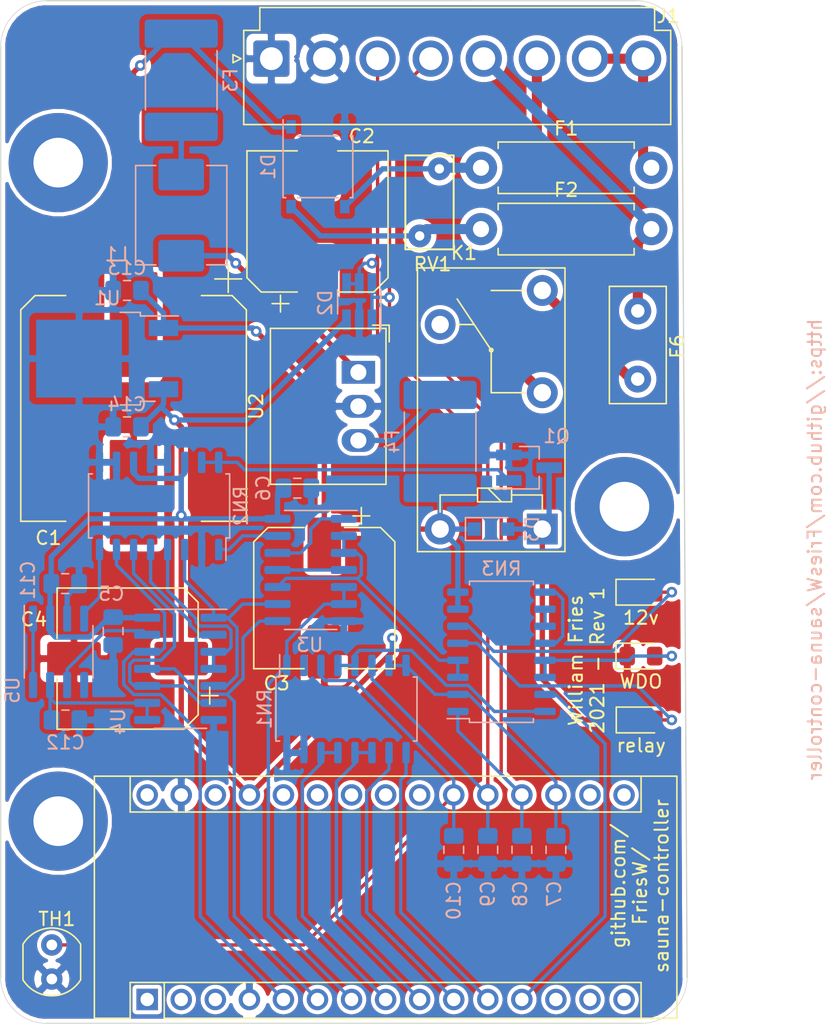
<source format=kicad_pcb>
(kicad_pcb (version 20171130) (host pcbnew 5.1.9-73d0e3b20d~88~ubuntu20.04.1)
  (layers (0 F.Cu signal) (31 B.Cu signal) (34 B.Paste user hide) (35 F.Paste user hide) (36 B.SilkS user) (37 F.SilkS user) (38 B.Mask user hide) (39 F.Mask user hide) (44 Edge.Cuts user))
  (net 0 "")
  (net 1 "Net-(A1-Pad1)")
  (net 2 "Net-(A1-Pad17)")
  (net 3 "Net-(A1-Pad2)")
  (net 4 "Net-(A1-Pad18)")
  (net 5 "Net-(A1-Pad3)")
  (net 6 /pot_a)
  (net 7 GND)
  (net 8 /sensor_a)
  (net 9 /p_rqst)
  (net 10 "Net-(A1-Pad21)")
  (net 11 /sr_rst)
  (net 12 "Net-(A1-Pad22)")
  (net 13 /wd_kick)
  (net 14 "Net-(A1-Pad23)")
  (net 15 "Net-(A1-Pad24)")
  (net 16 "Net-(A1-Pad25)")
  (net 17 "Net-(A1-Pad26)")
  (net 18 +5V)
  (net 19 "Net-(A1-Pad28)")
  (net 20 "Net-(A1-Pad13)")
  (net 21 "Net-(A1-Pad14)")
  (net 22 "Net-(A1-Pad30)")
  (net 23 "Net-(A1-Pad15)")
  (net 24 "Net-(A1-Pad16)")
  (net 25 +12V)
  (net 26 "Net-(D4-Pad2)")
  (net 27 "Net-(D5-Pad2)")
  (net 28 "Net-(D6-Pad2)")
  (net 29 AC)
  (net 30 GNDPWR)
  (net 31 /contactor_b)
  (net 32 "Net-(Q1-Pad1)")
  (net 33 /p_cmd)
  (net 34 "Net-(RN2-Pad4)")
  (net 35 "Net-(U5-Pad1)")
  (net 36 "Net-(U5-Pad5)")
  (net 37 /hv_04)
  (net 38 /hv_06)
  (net 39 /hv_03)
  (net 40 /hv_02)
  (net 41 /hv_05)
  (net 42 /hc_01)
  (net 43 /hv_07)
  (net 44 /hc_05)
  (net 45 "Net-(RN2-Pad8)")
  (net 46 "Net-(RN2-Pad6)")
  (net 47 "Net-(RN3-Pad12)")
  (net 48 "Net-(U4-Pad13)")
  (net 49 /th1_tap)
  (net 50 /th2_tap)
  (net 51 /aref_1k1)
  (net 52 /aref_1k2)
  (net 53 /aref_330)
  (net 54 "Net-(C12-Pad1)")
  (net 55 "Net-(RN2-Pad3)")
  (net 56 "Net-(U3-Pad1)")
  (net 57 "Net-(RN1-Pad2)")
  (net 58 "Net-(U3-Pad11)")
  (net 59 "Net-(RN3-Pad10)")
  (net 60 "Net-(RN3-Pad3)")
  (module Connector_JST:JST_VH_B8P-VH_1x08_P3.96mm_Vertical (layer F.Cu) (at 130.672 28.448)
    (fp_text reference J1 (at 29.591 -3.175) (layer F.SilkS))
    (fp_text value Conn_01x08_Male)
    (pad 1 thru_hole roundrect (at 0 0) (size 2.7 2.7) (drill 1.7) (layers *.Cu *.Mask) (roundrect_rratio 0.09259296296296296) (net 7 GND))
    (pad 2 thru_hole circle (at 3.96 0) (size 2.7 2.7) (drill 1.7) (layers *.Cu *.Mask) (net 7 GND))
    (pad 3 thru_hole circle (at 7.92 0) (size 2.7 2.7) (drill 1.7) (layers *.Cu *.Mask) (net 8 /sensor_a))
    (pad 4 thru_hole circle (at 11.88 0) (size 2.7 2.7) (drill 1.7) (layers *.Cu *.Mask) (net 6 /pot_a))
    (pad 5 thru_hole circle (at 15.84 0) (size 2.7 2.7) (drill 1.7) (layers *.Cu *.Mask) (net 29 AC))
    (pad 6 thru_hole circle (at 19.8 0) (size 2.7 2.7) (drill 1.7) (layers *.Cu *.Mask) (net 31 /contactor_b))
    (pad 7 thru_hole circle (at 23.76 0) (size 2.7 2.7) (drill 1.7) (layers *.Cu *.Mask) (net 30 GNDPWR))
    (pad 8 thru_hole circle (at 27.72 0) (size 2.7 2.7) (drill 1.7) (layers *.Cu *.Mask) (net 30 GNDPWR))
  )
  (module Capacitor_SMD:C_0805_2012Metric_Pad1.18x1.45mm_HandSolder (layer B.Cu) (at 119.9095 55.88 180)
    (fp_text reference C14 (at 0 1.68) (layer B.SilkS) (effects (justify mirror)))
    (fp_text value 2.2u)
    (pad 2 smd roundrect (at 1.0375 0 180) (size 1.175 1.45) (layers B.Cu B.Paste B.Mask) (roundrect_rratio 0.212766) (net 7 GND))
    (pad 1 smd roundrect (at -1.0375 0 180) (size 1.175 1.45) (layers B.Cu B.Paste B.Mask) (roundrect_rratio 0.212766) (net 18 +5V))
  )
  (module Capacitor_SMD:C_0805_2012Metric_Pad1.18x1.45mm_HandSolder (layer B.Cu) (at 119.9095 45.72 180)
    (fp_text reference C13 (at 0 1.68) (layer B.SilkS) (effects (justify mirror)))
    (fp_text value 2.2u)
    (pad 2 smd roundrect (at 1.0375 0 180) (size 1.175 1.45) (layers B.Cu B.Paste B.Mask) (roundrect_rratio 0.212766) (net 7 GND))
    (pad 1 smd roundrect (at -1.0375 0 180) (size 1.175 1.45) (layers B.Cu B.Paste B.Mask) (roundrect_rratio 0.212766) (net 25 +12V))
  )
  (module Package_SO:SOIC-14_3.9x8.7mm_P1.27mm (layer B.Cu) (at 123.887 73.914 180)
    (fp_text reference U4 (at 4.637 -3.937 270) (layer B.SilkS) (effects (justify mirror)))
    (fp_text value 74LS02)
    (pad 1 smd roundrect (at -2.475 3.81 180) (size 1.95 0.6) (layers B.Cu B.Paste B.Mask) (net 55 "Net-(RN2-Pad3)"))
    (pad 2 smd roundrect (at -2.475 2.54 180) (size 1.95 0.6) (layers B.Cu B.Paste B.Mask) (net 11 /sr_rst))
    (pad 3 smd roundrect (at -2.475 1.27 180) (size 1.95 0.6) (layers B.Cu B.Paste B.Mask) (net 34 "Net-(RN2-Pad4)"))
    (pad 4 smd roundrect (at -2.475 0 180) (size 1.95 0.6) (layers B.Cu B.Paste B.Mask) (net 34 "Net-(RN2-Pad4)"))
    (pad 5 smd roundrect (at -2.475 -1.27 180) (size 1.95 0.6) (layers B.Cu B.Paste B.Mask) (net 55 "Net-(RN2-Pad3)"))
    (pad 6 smd roundrect (at -2.475 -2.54 180) (size 1.95 0.6) (layers B.Cu B.Paste B.Mask) (net 46 "Net-(RN2-Pad6)"))
    (pad 7 smd roundrect (at -2.475 -3.81 180) (size 1.95 0.6) (layers B.Cu B.Paste B.Mask) (net 7 GND))
    (pad 8 smd roundrect (at 2.475 -3.81 180) (size 1.95 0.6) (layers B.Cu B.Paste B.Mask) (net 54 "Net-(C12-Pad1)"))
    (pad 9 smd roundrect (at 2.475 -2.54 180) (size 1.95 0.6) (layers B.Cu B.Paste B.Mask) (net 54 "Net-(C12-Pad1)"))
    (pad 10 smd roundrect (at 2.475 -1.27 180) (size 1.95 0.6) (layers B.Cu B.Paste B.Mask) (net 46 "Net-(RN2-Pad6)"))
    (pad 11 smd roundrect (at 2.475 0 180) (size 1.95 0.6) (layers B.Cu B.Paste B.Mask) (net 11 /sr_rst))
    (pad 12 smd roundrect (at 2.475 1.27 180) (size 1.95 0.6) (layers B.Cu B.Paste B.Mask) (net 13 /wd_kick))
    (pad 13 smd roundrect (at 2.475 2.54 180) (size 1.95 0.6) (layers B.Cu B.Paste B.Mask) (net 48 "Net-(U4-Pad13)"))
    (pad 14 smd roundrect (at 2.475 3.81 180) (size 1.95 0.6) (layers B.Cu B.Paste B.Mask) (net 18 +5V))
  )
  (module Package_SO:SOIC-16_4.55x10.3mm_P1.27mm (layer B.Cu) (at 147.828 72.644)
    (fp_text reference RN3 (at 0 -6.1976) (layer B.SilkS) (effects (justify mirror)))
    (fp_text value R_Pack08_Split)
    (pad 1 smd roundrect (at -3.25 4.445) (size 1.6 0.55) (layers B.Cu B.Paste B.Mask) (net 6 /pot_a))
    (pad 2 smd roundrect (at -3.25 3.175) (size 1.6 0.55) (layers B.Cu B.Paste B.Mask) (net 4 "Net-(A1-Pad18)"))
    (pad 3 smd roundrect (at -3.25 1.905) (size 1.6 0.55) (layers B.Cu B.Paste B.Mask) (net 60 "Net-(RN3-Pad3)"))
    (pad 4 smd roundrect (at -3.25 0.635) (size 1.6 0.55) (layers B.Cu B.Paste B.Mask) (net 60 "Net-(RN3-Pad3)"))
    (pad 5 smd roundrect (at -3.25 -0.635) (size 1.6 0.55) (layers B.Cu B.Paste B.Mask) (net 26 "Net-(D4-Pad2)"))
    (pad 6 smd roundrect (at -3.25 -1.905) (size 1.6 0.55) (layers B.Cu B.Paste B.Mask) (net 28 "Net-(D6-Pad2)"))
    (pad 7 smd roundrect (at -3.25 -3.175) (size 1.6 0.55) (layers B.Cu B.Paste B.Mask) (net 25 +12V))
    (pad 8 smd roundrect (at -3.25 -4.445) (size 1.6 0.55) (layers B.Cu B.Paste B.Mask) (net 25 +12V))
    (pad 9 smd roundrect (at 3.25 -4.445) (size 1.6 0.55) (layers B.Cu B.Paste B.Mask) (net 47 "Net-(RN3-Pad12)"))
    (pad 10 smd roundrect (at 3.25 -3.175) (size 1.6 0.55) (layers B.Cu B.Paste B.Mask) (net 59 "Net-(RN3-Pad10)"))
    (pad 11 smd roundrect (at 3.25 -1.905) (size 1.6 0.55) (layers B.Cu B.Paste B.Mask) (net 59 "Net-(RN3-Pad10)"))
    (pad 12 smd roundrect (at 3.25 -0.635) (size 1.6 0.55) (layers B.Cu B.Paste B.Mask) (net 47 "Net-(RN3-Pad12)"))
    (pad 13 smd roundrect (at 3.25 0.635) (size 1.6 0.55) (layers B.Cu B.Paste B.Mask) (net 27 "Net-(D5-Pad2)"))
    (pad 14 smd roundrect (at 3.25 1.905) (size 1.6 0.55) (layers B.Cu B.Paste B.Mask) (net 27 "Net-(D5-Pad2)"))
    (pad 15 smd roundrect (at 3.25 3.175) (size 1.6 0.55) (layers B.Cu B.Paste B.Mask) (net 53 /aref_330))
    (pad 16 smd roundrect (at 3.25 4.445) (size 1.6 0.55) (layers B.Cu B.Paste B.Mask) (net 18 +5V))
  )
  (module Relay_THT:Relay_SPDT_Omron-G5Q-1 (layer F.Cu) (at 150.876 63.5 90)
    (fp_text reference K1 (at 20.574 -5.842) (layer F.SilkS))
    (fp_text value G5Q-1A)
    (pad 1 thru_hole rect (at 0 0 270) (size 2.3 2.3) (drill 1.3) (layers *.Cu *.Mask) (net 44 /hc_05))
    (pad 2 thru_hole circle (at 10.16 0 270) (size 2.3 2.3) (drill 1.3) (layers *.Cu *.Mask) (net 31 /contactor_b))
    (pad 3 thru_hole circle (at 17.78 0 270) (size 2.3 2.3) (drill 1.3) (layers *.Cu *.Mask) (net 43 /hv_07))
    (pad 4 thru_hole circle (at 15.24 -7.62 270) (size 2.3 2.3) (drill 1.3) (layers *.Cu *.Mask))
    (pad 5 thru_hole circle (at 0 -7.62 270) (size 2.3 2.3) (drill 1.3) (layers *.Cu *.Mask) (net 25 +12V))
  )
  (module Capacitor_SMD:CP_Elec_10x10 (layer F.Cu) (at 119.952 73.152 180)
    (fp_text reference C4 (at 6.985 2.921) (layer F.SilkS))
    (fp_text value 220u)
    (pad 1 smd roundrect (at -4 0 180) (size 4 2.5) (layers F.Cu F.Paste F.Mask) (roundrect_rratio 0.1) (net 18 +5V))
    (pad 2 smd roundrect (at 4 0 180) (size 4 2.5) (layers F.Cu F.Paste F.Mask) (roundrect_rratio 0.1) (net 7 GND))
  )
  (module Resistor_THT:R_Axial_DIN0411_L9.9mm_D3.6mm_P12.70mm_Horizontal (layer F.Cu) (at 146.304 41.148)
    (fp_text reference F2 (at 6.35 -2.92) (layer F.SilkS))
    (fp_text value Fuse)
    (pad 2 thru_hole oval (at 12.7 0) (size 2.4 2.4) (drill 1.2) (layers *.Cu *.Mask) (net 29 AC))
    (pad 1 thru_hole circle (at 0 0) (size 2.4 2.4) (drill 1.2) (layers *.Cu *.Mask) (net 39 /hv_03))
  )
  (module Resistor_THT:R_Axial_DIN0411_L9.9mm_D3.6mm_P12.70mm_Horizontal (layer F.Cu) (at 146.304 36.576)
    (fp_text reference F1 (at 6.35 -2.92) (layer F.SilkS))
    (fp_text value Fuse)
    (pad 2 thru_hole oval (at 12.7 0) (size 2.4 2.4) (drill 1.2) (layers *.Cu *.Mask) (net 30 GNDPWR))
    (pad 1 thru_hole circle (at 0 0) (size 2.4 2.4) (drill 1.2) (layers *.Cu *.Mask) (net 40 /hv_02))
  )
  (module Diode_SMD:Diode_Bridge_Diotec_ABS (layer B.Cu) (at 134.144 36.503 270)
    (fp_text reference D1 (at 0 3.7 90) (layer B.SilkS) (effects (justify mirror)))
    (fp_text value D_Bridge_+-AA)
    (pad 4 smd rect (at 2.975 2 270) (size 1 0.7) (layers B.Cu B.Paste B.Mask) (net 39 /hv_03))
    (pad 3 smd rect (at 2.975 -2 270) (size 1 0.7) (layers B.Cu B.Paste B.Mask) (net 40 /hv_02))
    (pad 2 smd rect (at -2.975 -2 270) (size 1 0.7) (layers B.Cu B.Paste B.Mask) (net 7 GND))
    (pad 1 smd rect (at -2.975 2 270) (size 1 0.7) (layers B.Cu B.Paste B.Mask) (net 37 /hv_04))
  )
  (module Capacitor_SMD:C_0805_2012Metric_Pad1.18x1.45mm_HandSolder (layer B.Cu) (at 115.316 77.724)
    (fp_text reference C12 (at 0 1.68) (layer B.SilkS) (effects (justify mirror)))
    (fp_text value 2.2u)
    (pad 2 smd roundrect (at 1.0375 0) (size 1.175 1.45) (layers B.Cu B.Paste B.Mask) (roundrect_rratio 0.212766) (net 7 GND))
    (pad 1 smd roundrect (at -1.0375 0) (size 1.175 1.45) (layers B.Cu B.Paste B.Mask) (roundrect_rratio 0.212766) (net 54 "Net-(C12-Pad1)"))
  )
  (module MountingHole:MountingHole_3.7mm_Pad (layer F.Cu) (at 114.78 36.195)
    (fp_text reference REF** hide)
    (fp_text value MountingHole_3.7mm_Pad)
    (pad 1 thru_hole circle (at 0 0) (size 7.4 7.4) (drill 3.7) (layers *.Cu *.Mask))
  )
  (module MountingHole:MountingHole_3.7mm_Pad (layer F.Cu) (at 114.78 85.265)
    (fp_text reference REF** hide)
    (fp_text value MountingHole_3.7mm_Pad)
    (pad 1 thru_hole circle (at 0 0) (size 7.4 7.4) (drill 3.7) (layers *.Cu *.Mask))
  )
  (module MountingHole:MountingHole_3.7mm_Pad (layer F.Cu) (at 157 61.83)
    (fp_text reference REF** hide)
    (fp_text value MountingHole_3.7mm_Pad)
    (pad 1 thru_hole circle (at 0 0) (size 7.4 7.4) (drill 3.7) (layers *.Cu *.Mask))
  )
  (module Module:Arduino_Nano (layer F.Cu) (at 121.412 98.552 90)
    (fp_text reference A1 hide)
    (fp_text value Arduino_Nano_Every)
    (pad 16 thru_hole oval (at 15.24 35.56 90) (size 1.6 1.6) (drill 1) (layers *.Cu *.Mask) (net 24 "Net-(A1-Pad16)"))
    (pad 15 thru_hole oval (at 0 35.56 90) (size 1.6 1.6) (drill 1) (layers *.Cu *.Mask) (net 23 "Net-(A1-Pad15)"))
    (pad 30 thru_hole oval (at 15.24 0 90) (size 1.6 1.6) (drill 1) (layers *.Cu *.Mask) (net 22 "Net-(A1-Pad30)"))
    (pad 14 thru_hole oval (at 0 33.02 90) (size 1.6 1.6) (drill 1) (layers *.Cu *.Mask) (net 21 "Net-(A1-Pad14)"))
    (pad 29 thru_hole oval (at 15.24 2.54 90) (size 1.6 1.6) (drill 1) (layers *.Cu *.Mask) (net 7 GND))
    (pad 13 thru_hole oval (at 0 30.48 90) (size 1.6 1.6) (drill 1) (layers *.Cu *.Mask) (net 20 "Net-(A1-Pad13)"))
    (pad 28 thru_hole oval (at 15.24 5.08 90) (size 1.6 1.6) (drill 1) (layers *.Cu *.Mask) (net 19 "Net-(A1-Pad28)"))
    (pad 12 thru_hole oval (at 0 27.94 90) (size 1.6 1.6) (drill 1) (layers *.Cu *.Mask) (net 53 /aref_330))
    (pad 27 thru_hole oval (at 15.24 7.62 90) (size 1.6 1.6) (drill 1) (layers *.Cu *.Mask) (net 18 +5V))
    (pad 11 thru_hole oval (at 0 25.4 90) (size 1.6 1.6) (drill 1) (layers *.Cu *.Mask) (net 51 /aref_1k1))
    (pad 26 thru_hole oval (at 15.24 10.16 90) (size 1.6 1.6) (drill 1) (layers *.Cu *.Mask) (net 17 "Net-(A1-Pad26)"))
    (pad 10 thru_hole oval (at 0 22.86 90) (size 1.6 1.6) (drill 1) (layers *.Cu *.Mask) (net 52 /aref_1k2))
    (pad 25 thru_hole oval (at 15.24 12.7 90) (size 1.6 1.6) (drill 1) (layers *.Cu *.Mask) (net 16 "Net-(A1-Pad25)"))
    (pad 9 thru_hole oval (at 0 20.32 90) (size 1.6 1.6) (drill 1) (layers *.Cu *.Mask) (net 50 /th2_tap))
    (pad 24 thru_hole oval (at 15.24 15.24 90) (size 1.6 1.6) (drill 1) (layers *.Cu *.Mask) (net 15 "Net-(A1-Pad24)"))
    (pad 8 thru_hole oval (at 0 17.78 90) (size 1.6 1.6) (drill 1) (layers *.Cu *.Mask) (net 49 /th1_tap))
    (pad 23 thru_hole oval (at 15.24 17.78 90) (size 1.6 1.6) (drill 1) (layers *.Cu *.Mask) (net 14 "Net-(A1-Pad23)"))
    (pad 7 thru_hole oval (at 0 15.24 90) (size 1.6 1.6) (drill 1) (layers *.Cu *.Mask) (net 9 /p_rqst))
    (pad 22 thru_hole oval (at 15.24 20.32 90) (size 1.6 1.6) (drill 1) (layers *.Cu *.Mask) (net 12 "Net-(A1-Pad22)"))
    (pad 6 thru_hole oval (at 0 12.7 90) (size 1.6 1.6) (drill 1) (layers *.Cu *.Mask) (net 11 /sr_rst))
    (pad 21 thru_hole oval (at 15.24 22.86 90) (size 1.6 1.6) (drill 1) (layers *.Cu *.Mask) (net 10 "Net-(A1-Pad21)"))
    (pad 5 thru_hole oval (at 0 10.16 90) (size 1.6 1.6) (drill 1) (layers *.Cu *.Mask) (net 13 /wd_kick))
    (pad 20 thru_hole oval (at 15.24 25.4 90) (size 1.6 1.6) (drill 1) (layers *.Cu *.Mask) (net 8 /sensor_a))
    (pad 4 thru_hole oval (at 0 7.62 90) (size 1.6 1.6) (drill 1) (layers *.Cu *.Mask) (net 7 GND))
    (pad 19 thru_hole oval (at 15.24 27.94 90) (size 1.6 1.6) (drill 1) (layers *.Cu *.Mask) (net 6 /pot_a))
    (pad 3 thru_hole oval (at 0 5.08 90) (size 1.6 1.6) (drill 1) (layers *.Cu *.Mask) (net 5 "Net-(A1-Pad3)"))
    (pad 18 thru_hole oval (at 15.24 30.48 90) (size 1.6 1.6) (drill 1) (layers *.Cu *.Mask) (net 4 "Net-(A1-Pad18)"))
    (pad 2 thru_hole oval (at 0 2.54 90) (size 1.6 1.6) (drill 1) (layers *.Cu *.Mask) (net 3 "Net-(A1-Pad2)"))
    (pad 17 thru_hole oval (at 15.24 33.02 90) (size 1.6 1.6) (drill 1) (layers *.Cu *.Mask) (net 2 "Net-(A1-Pad17)"))
    (pad 1 thru_hole rect (at 0 0 90) (size 1.6 1.6) (drill 1) (layers *.Cu *.Mask) (net 1 "Net-(A1-Pad1)"))
  )
  (module Package_SO:SOIC-16_4.55x10.3mm_P1.27mm (layer B.Cu) (at 122.301 61.774 90)
    (fp_text reference RN2 (at 0 6.1 90) (layer B.SilkS) (effects (justify mirror)))
    (fp_text value R_Pack08_Split)
    (pad 16 smd roundrect (at 3.25 4.445 90) (size 1.6 0.55) (layers B.Cu B.Paste B.Mask) (net 32 "Net-(Q1-Pad1)"))
    (pad 15 smd roundrect (at 3.25 3.175 90) (size 1.6 0.55) (layers B.Cu B.Paste B.Mask) (net 32 "Net-(Q1-Pad1)"))
    (pad 14 smd roundrect (at 3.25 1.905 90) (size 1.6 0.55) (layers B.Cu B.Paste B.Mask) (net 18 +5V))
    (pad 13 smd roundrect (at 3.25 0.635 90) (size 1.6 0.55) (layers B.Cu B.Paste B.Mask) (net 7 GND))
    (pad 12 smd roundrect (at 3.25 -0.635 90) (size 1.6 0.55) (layers B.Cu B.Paste B.Mask) (net 7 GND))
    (pad 11 smd roundrect (at 3.25 -1.905 90) (size 1.6 0.55) (layers B.Cu B.Paste B.Mask) (net 18 +5V))
    (pad 10 smd roundrect (at 3.25 -3.175 90) (size 1.6 0.55) (layers B.Cu B.Paste B.Mask) (net 7 GND))
    (pad 9 smd roundrect (at 3.25 -4.445 90) (size 1.6 0.55) (layers B.Cu B.Paste B.Mask) (net 7 GND))
    (pad 8 smd roundrect (at -3.25 -4.445 90) (size 1.6 0.55) (layers B.Cu B.Paste B.Mask) (net 45 "Net-(RN2-Pad8)"))
    (pad 7 smd roundrect (at -3.25 -3.175 90) (size 1.6 0.55) (layers B.Cu B.Paste B.Mask) (net 13 /wd_kick))
    (pad 6 smd roundrect (at -3.25 -1.905 90) (size 1.6 0.55) (layers B.Cu B.Paste B.Mask) (net 46 "Net-(RN2-Pad6)"))
    (pad 5 smd roundrect (at -3.25 -0.635 90) (size 1.6 0.55) (layers B.Cu B.Paste B.Mask) (net 11 /sr_rst))
    (pad 4 smd roundrect (at -3.25 0.635 90) (size 1.6 0.55) (layers B.Cu B.Paste B.Mask) (net 34 "Net-(RN2-Pad4)"))
    (pad 3 smd roundrect (at -3.25 1.905 90) (size 1.6 0.55) (layers B.Cu B.Paste B.Mask) (net 55 "Net-(RN2-Pad3)"))
    (pad 2 smd roundrect (at -3.25 3.175 90) (size 1.6 0.55) (layers B.Cu B.Paste B.Mask) (net 7 GND))
    (pad 1 smd roundrect (at -3.25 4.445 90) (size 1.6 0.55) (layers B.Cu B.Paste B.Mask) (net 33 /p_cmd))
  )
  (module Package_SO:SOIC-16_4.55x10.3mm_P1.27mm (layer B.Cu) (at 136.271 76.91 270)
    (fp_text reference RN1 (at 0 6.1 90) (layer B.SilkS) (effects (justify mirror)))
    (fp_text value R_Pack08_Split)
    (pad 1 smd roundrect (at -3.25 4.445 270) (size 1.6 0.55) (layers B.Cu B.Paste B.Mask) (net 9 /p_rqst))
    (pad 2 smd roundrect (at -3.25 3.175 270) (size 1.6 0.55) (layers B.Cu B.Paste B.Mask) (net 57 "Net-(RN1-Pad2)"))
    (pad 3 smd roundrect (at -3.25 1.905 270) (size 1.6 0.55) (layers B.Cu B.Paste B.Mask) (net 10 "Net-(A1-Pad21)"))
    (pad 4 smd roundrect (at -3.25 0.635 270) (size 1.6 0.55) (layers B.Cu B.Paste B.Mask) (net 18 +5V))
    (pad 5 smd roundrect (at -3.25 -0.635 270) (size 1.6 0.55) (layers B.Cu B.Paste B.Mask) (net 18 +5V))
    (pad 6 smd roundrect (at -3.25 -1.905 270) (size 1.6 0.55) (layers B.Cu B.Paste B.Mask) (net 8 /sensor_a))
    (pad 7 smd roundrect (at -3.25 -3.175 270) (size 1.6 0.55) (layers B.Cu B.Paste B.Mask) (net 4 "Net-(A1-Pad18)"))
    (pad 8 smd roundrect (at -3.25 -4.445 270) (size 1.6 0.55) (layers B.Cu B.Paste B.Mask) (net 4 "Net-(A1-Pad18)"))
    (pad 9 smd roundrect (at 3.25 -4.445 270) (size 1.6 0.55) (layers B.Cu B.Paste B.Mask) (net 51 /aref_1k1))
    (pad 10 smd roundrect (at 3.25 -3.175 270) (size 1.6 0.55) (layers B.Cu B.Paste B.Mask) (net 52 /aref_1k2))
    (pad 11 smd roundrect (at 3.25 -1.905 270) (size 1.6 0.55) (layers B.Cu B.Paste B.Mask) (net 50 /th2_tap))
    (pad 12 smd roundrect (at 3.25 -0.635 270) (size 1.6 0.55) (layers B.Cu B.Paste B.Mask) (net 50 /th2_tap))
    (pad 13 smd roundrect (at 3.25 0.635 270) (size 1.6 0.55) (layers B.Cu B.Paste B.Mask) (net 49 /th1_tap))
    (pad 14 smd roundrect (at 3.25 1.905 270) (size 1.6 0.55) (layers B.Cu B.Paste B.Mask) (net 49 /th1_tap))
    (pad 15 smd roundrect (at 3.25 3.175 270) (size 1.6 0.55) (layers B.Cu B.Paste B.Mask) (net 7 GND))
    (pad 16 smd roundrect (at 3.25 4.445 270) (size 1.6 0.55) (layers B.Cu B.Paste B.Mask) (net 7 GND))
  )
  (module Capacitor_SMD:CP_Elec_10x10 (layer F.Cu) (at 134.62 68.644 270)
    (fp_text reference C3 (at 6.35 3.556 180) (layer F.SilkS))
    (fp_text value 220u)
    (pad 1 smd roundrect (at -4 0 270) (size 4 2.5) (layers F.Cu F.Paste F.Mask) (roundrect_rratio 0.1) (net 25 +12V))
    (pad 2 smd roundrect (at 4 0 270) (size 4 2.5) (layers F.Cu F.Paste F.Mask) (roundrect_rratio 0.1) (net 7 GND))
  )
  (module Capacitor_SMD:CP_Elec_16x17.5 (layer F.Cu) (at 120.396 54.51 270)
    (fp_text reference C1 (at 9.652 6.35 180) (layer F.SilkS))
    (fp_text value 820u)
    (pad 1 smd roundrect (at -6.25 0 270) (size 7.8 3.556) (layers F.Cu F.Paste F.Mask) (roundrect_rratio 0.032) (net 37 /hv_04))
    (pad 2 smd roundrect (at 6.25 0 270) (size 7.8 3.556) (layers F.Cu F.Paste F.Mask) (roundrect_rratio 0.032) (net 7 GND))
  )
  (module Capacitor_SMD:CP_Elec_10x10 (layer F.Cu) (at 134.112 40.576 90)
    (fp_text reference C2 (at 6.35 3.302 180) (layer F.SilkS))
    (fp_text value 220u)
    (pad 1 smd roundrect (at -4 0 90) (size 4 2.5) (layers F.Cu F.Paste F.Mask) (roundrect_rratio 0.1) (net 38 /hv_06))
    (pad 2 smd roundrect (at 4 0 90) (size 4 2.5) (layers F.Cu F.Paste F.Mask) (roundrect_rratio 0.1) (net 7 GND))
  )
  (module Capacitor_SMD:C_0805_2012Metric_Pad1.18x1.45mm_HandSolder (layer B.Cu) (at 118.872 71.0985 270)
    (fp_text reference C5 (at -2.7725 0.127 180) (layer B.SilkS) (effects (justify mirror)))
    (fp_text value 2.2u)
    (pad 2 smd roundrect (at 1.0375 0 270) (size 1.175 1.45) (layers B.Cu B.Paste B.Mask) (roundrect_rratio 0.2127659574468085) (net 7 GND))
    (pad 1 smd roundrect (at -1.0375 0 270) (size 1.175 1.45) (layers B.Cu B.Paste B.Mask) (roundrect_rratio 0.2127659574468085) (net 18 +5V))
  )
  (module Capacitor_SMD:C_0805_2012Metric_Pad1.18x1.45mm_HandSolder (layer B.Cu) (at 132.6095 60.452)
    (fp_text reference C6 (at -2.54 0 90) (layer B.SilkS) (effects (justify mirror)))
    (fp_text value 2.2u)
    (pad 1 smd roundrect (at -1.0375 0) (size 1.175 1.45) (layers B.Cu B.Paste B.Mask) (roundrect_rratio 0.2127659574468085) (net 18 +5V))
    (pad 2 smd roundrect (at 1.0375 0) (size 1.175 1.45) (layers B.Cu B.Paste B.Mask) (roundrect_rratio 0.2127659574468085) (net 7 GND))
  )
  (module Capacitor_SMD:C_0805_2012Metric_Pad1.18x1.45mm_HandSolder (layer B.Cu) (at 151.892 87.3975 270)
    (fp_text reference C7 (at 3.2805 0.127 270) (layer B.SilkS) (effects (justify mirror)))
    (fp_text value 2.2u)
    (pad 1 smd roundrect (at -1.0375 0 270) (size 1.175 1.45) (layers B.Cu B.Paste B.Mask) (roundrect_rratio 0.2127659574468085) (net 4 "Net-(A1-Pad18)"))
    (pad 2 smd roundrect (at 1.0375 0 270) (size 1.175 1.45) (layers B.Cu B.Paste B.Mask) (roundrect_rratio 0.2127659574468085) (net 7 GND))
  )
  (module Capacitor_SMD:C_0805_2012Metric_Pad1.18x1.45mm_HandSolder (layer B.Cu) (at 149.352 87.3975 270)
    (fp_text reference C8 (at 3.2805 0.127 270) (layer B.SilkS) (effects (justify mirror)))
    (fp_text value 2.2u)
    (pad 1 smd roundrect (at -1.0375 0 270) (size 1.175 1.45) (layers B.Cu B.Paste B.Mask) (roundrect_rratio 0.2127659574468085) (net 6 /pot_a))
    (pad 2 smd roundrect (at 1.0375 0 270) (size 1.175 1.45) (layers B.Cu B.Paste B.Mask) (roundrect_rratio 0.2127659574468085) (net 7 GND))
  )
  (module Capacitor_SMD:C_0805_2012Metric_Pad1.18x1.45mm_HandSolder (layer B.Cu) (at 146.812 87.3975 270)
    (fp_text reference C9 (at 3.2805 0 270) (layer B.SilkS) (effects (justify mirror)))
    (fp_text value 2.2u)
    (pad 2 smd roundrect (at 1.0375 0 270) (size 1.175 1.45) (layers B.Cu B.Paste B.Mask) (roundrect_rratio 0.2127659574468085) (net 7 GND))
    (pad 1 smd roundrect (at -1.0375 0 270) (size 1.175 1.45) (layers B.Cu B.Paste B.Mask) (roundrect_rratio 0.2127659574468085) (net 8 /sensor_a))
  )
  (module Capacitor_SMD:C_0805_2012Metric_Pad1.18x1.45mm_HandSolder (layer B.Cu) (at 144.272 87.3975 270)
    (fp_text reference C10 (at 3.7885 0 270) (layer B.SilkS) (effects (justify mirror)))
    (fp_text value 2.2u)
    (pad 1 smd roundrect (at -1.0375 0 270) (size 1.175 1.45) (layers B.Cu B.Paste B.Mask) (roundrect_rratio 0.2127659574468085) (net 10 "Net-(A1-Pad21)"))
    (pad 2 smd roundrect (at 1.0375 0 270) (size 1.175 1.45) (layers B.Cu B.Paste B.Mask) (roundrect_rratio 0.2127659574468085) (net 7 GND))
  )
  (module Capacitor_SMD:C_0805_2012Metric_Pad1.18x1.45mm_HandSolder (layer B.Cu) (at 115.2945 67.564)
    (fp_text reference C11 (at -2.7725 -0.254 -270) (layer B.SilkS) (effects (justify mirror)))
    (fp_text value 2.2u)
    (pad 2 smd roundrect (at 1.0375 0) (size 1.175 1.45) (layers B.Cu B.Paste B.Mask) (roundrect_rratio 0.2127659574468085) (net 7 GND))
    (pad 1 smd roundrect (at -1.0375 0) (size 1.175 1.45) (layers B.Cu B.Paste B.Mask) (roundrect_rratio 0.2127659574468085) (net 18 +5V))
  )
  (module Package_TO_SOT_SMD:SOT-23-6_Handsoldering (layer B.Cu) (at 137.226 46.562 90)
    (fp_text reference D2 (at -0.08 -2.54 90) (layer B.SilkS) (effects (justify mirror)))
    (fp_text value SP0505BAHT)
    (pad 1 smd rect (at -1.35 0.95 90) (size 1.56 0.65) (layers B.Cu B.Paste B.Mask) (net 6 /pot_a))
    (pad 2 smd rect (at -1.35 0 90) (size 1.56 0.65) (layers B.Cu B.Paste B.Mask) (net 7 GND))
    (pad 3 smd rect (at -1.35 -0.95 90) (size 1.56 0.65) (layers B.Cu B.Paste B.Mask) (net 18 +5V))
    (pad 4 smd rect (at 1.35 -0.95 90) (size 1.56 0.65) (layers B.Cu B.Paste B.Mask) (net 8 /sensor_a))
    (pad 6 smd rect (at 1.35 0.95 90) (size 1.56 0.65) (layers B.Cu B.Paste B.Mask) (net 6 /pot_a))
    (pad 5 smd rect (at 1.35 0 90) (size 1.56 0.65) (layers B.Cu B.Paste B.Mask) (net 8 /sensor_a))
  )
  (module Diode_SMD:D_SOD-323_HandSoldering (layer B.Cu) (at 147.046 63.5)
    (fp_text reference D3 (at 3.068 0 90) (layer B.SilkS) (effects (justify mirror)))
    (fp_text value 1N4148WS)
    (pad 1 smd rect (at -1.25 0) (size 1 1) (layers B.Cu B.Paste B.Mask) (net 25 +12V))
    (pad 2 smd rect (at 1.25 0) (size 1 1) (layers B.Cu B.Paste B.Mask) (net 44 /hc_05))
  )
  (module LED_SMD:LED_0805_2012Metric_Pad1.15x1.40mm_HandSolder (layer F.Cu) (at 158.251 77.724)
    (fp_text reference D4 hide)
    (fp_text value LED)
    (pad 2 smd roundrect (at 1.025 0) (size 1.15 1.4) (layers F.Cu F.Paste F.Mask) (roundrect_rratio 0.2173904347826087) (net 26 "Net-(D4-Pad2)"))
    (pad 1 smd roundrect (at -1.025 0) (size 1.15 1.4) (layers F.Cu F.Paste F.Mask) (roundrect_rratio 0.2173904347826087) (net 44 /hc_05))
  )
  (module LED_SMD:LED_0805_2012Metric_Pad1.15x1.40mm_HandSolder (layer F.Cu) (at 158.233 72.964)
    (fp_text reference D5 hide)
    (fp_text value LED)
    (pad 1 smd roundrect (at -1.025 0) (size 1.15 1.4) (layers F.Cu F.Paste F.Mask) (roundrect_rratio 0.2173904347826087) (net 7 GND))
    (pad 2 smd roundrect (at 1.025 0) (size 1.15 1.4) (layers F.Cu F.Paste F.Mask) (roundrect_rratio 0.2173904347826087) (net 27 "Net-(D5-Pad2)"))
  )
  (module LED_SMD:LED_0805_2012Metric_Pad1.15x1.40mm_HandSolder (layer F.Cu) (at 158.233 68.204)
    (fp_text reference D6 hide)
    (fp_text value LED)
    (pad 1 smd roundrect (at -1.025 0) (size 1.15 1.4) (layers F.Cu F.Paste F.Mask) (roundrect_rratio 0.2173904347826087) (net 7 GND))
    (pad 2 smd roundrect (at 1.025 0) (size 1.15 1.4) (layers F.Cu F.Paste F.Mask) (roundrect_rratio 0.2173904347826087) (net 28 "Net-(D6-Pad2)"))
  )
  (module Fuse:Fuse_2920_7451Metric_Pad2.10x5.45mm_HandSolder (layer B.Cu) (at 123.952 30.053 90)
    (fp_text reference F3 (at 0 3.68 90) (layer B.SilkS) (effects (justify mirror)))
    (fp_text value Polyfuse)
    (pad 2 smd roundrect (at 3.475 0 90) (size 2.1 5.45) (layers B.Cu B.Paste B.Mask) (roundrect_rratio 0.119047619047619) (net 37 /hv_04))
    (pad 1 smd roundrect (at -3.475 0 90) (size 2.1 5.45) (layers B.Cu B.Paste B.Mask) (roundrect_rratio 0.119047619047619) (net 41 /hv_05))
  )
  (module Fuse:Fuse_2920_7451Metric_Pad2.10x5.45mm_HandSolder (layer B.Cu) (at 143.256 56.977 90)
    (fp_text reference F4 (at 0 -3.556 90) (layer B.SilkS) (effects (justify mirror)))
    (fp_text value Polyfuse)
    (pad 1 smd roundrect (at -3.475 0 90) (size 2.1 5.45) (layers B.Cu B.Paste B.Mask) (roundrect_rratio 0.119047619047619) (net 25 +12V))
    (pad 2 smd roundrect (at 3.475 0 90) (size 2.1 5.45) (layers B.Cu B.Paste B.Mask) (roundrect_rratio 0.119047619047619) (net 42 /hc_01))
  )
  (module Fuse:Fuse_Littelfuse_395Series (layer F.Cu) (at 157.998 47.244 270)
    (fp_text reference F6 (at 2.65 -2.95 90) (layer F.SilkS))
    (fp_text value Fuse)
    (pad 1 thru_hole circle (at 0 0 270) (size 2 2) (drill 1) (layers *.Cu *.Mask) (net 29 AC))
    (pad 2 thru_hole circle (at 5.08 0.01 270) (size 2 2) (drill 1) (layers *.Cu *.Mask) (net 43 /hv_07))
  )
  (module Inductor_SMD:L_Abracon_ASPI-0630LR (layer B.Cu) (at 123.952 40.109 270)
    (fp_text reference L1 (at 2.921 4.826 180) (layer B.SilkS) (effects (justify mirror)))
    (fp_text value 12u)
    (pad 1 smd roundrect (at -3.025 0 270) (size 2.35 3.4) (layers B.Cu B.Paste B.Mask) (roundrect_rratio 0.1) (net 41 /hv_05))
    (pad 2 smd roundrect (at 3.025 0 270) (size 2.35 3.4) (layers B.Cu B.Paste B.Mask) (roundrect_rratio 0.1) (net 38 /hv_06))
  )
  (module Package_TO_SOT_SMD:SOT-23_Handsoldering (layer B.Cu) (at 149.884 58.928)
    (fp_text reference Q1 (at 2.056 -2.352) (layer B.SilkS) (effects (justify mirror)))
    (fp_text value Q_NPN_BEC)
    (pad 1 smd rect (at -1.5 0.95) (size 1.9 0.8) (layers B.Cu B.Paste B.Mask) (net 32 "Net-(Q1-Pad1)"))
    (pad 2 smd rect (at -1.5 -0.95) (size 1.9 0.8) (layers B.Cu B.Paste B.Mask) (net 7 GND))
    (pad 3 smd rect (at 1.5 0) (size 1.9 0.8) (layers B.Cu B.Paste B.Mask) (net 44 /hc_05))
  )
  (module Varistor:RV_Disc_D7mm_W3.6mm_P5mm (layer F.Cu) (at 141.732 41.656 90)
    (fp_text reference RV1 (at -2.112 0.95867 180) (layer F.SilkS))
    (fp_text value Varistor)
    (pad 2 thru_hole circle (at 5 1.46667 90) (size 1.7016 1.7016) (drill 0.7016) (layers *.Cu *.Mask) (net 40 /hv_02))
    (pad 1 thru_hole circle (at 0 0 90) (size 1.7016 1.7016) (drill 0.7016) (layers *.Cu *.Mask) (net 39 /hv_03))
  )
  (module OptoDevice:R_LDR_4.9x4.2mm_P2.54mm_Vertical (layer F.Cu) (at 114.3 94.488 270)
    (fp_text reference TH1 (at -1.9304 -0.381 180) (layer F.SilkS))
    (fp_text value Thermistor)
    (pad 1 thru_hole circle (at 0 0 270) (size 1.6 1.6) (drill 0.8) (layers *.Cu *.Mask) (net 10 "Net-(A1-Pad21)"))
    (pad 2 thru_hole circle (at 2.54 0 270) (size 1.6 1.6) (drill 0.8) (layers *.Cu *.Mask) (net 7 GND))
  )
  (module Package_TO_SOT_SMD:TO-252-2 (layer B.Cu) (at 118.432 50.8 180)
    (fp_text reference U1 (at 0 4.5 180) (layer B.SilkS) (effects (justify mirror)))
    (fp_text value MC78M05_TO252)
    (pad 1 smd rect (at -4.2 2.28 180) (size 2.2 1.2) (layers B.Cu B.Paste B.Mask) (net 25 +12V))
    (pad 3 smd rect (at -4.2 -2.28 180) (size 2.2 1.2) (layers B.Cu B.Paste B.Mask) (net 18 +5V))
    (pad 2 smd rect (at 2.1 0 180) (size 6.4 5.8) (layers B.Cu B.Mask) (net 7 GND))
  )
  (module Converter_DCDC:Converter_DCDC_RECOM_R-78B-2.0_THT (layer F.Cu) (at 137.16 51.816 270)
    (fp_text reference U2 (at 2.54 7.62 90) (layer F.SilkS))
    (fp_text value TSR_1-24120)
    (pad 1 thru_hole rect (at 0 0 270) (size 1.7 2.5) (drill 1.2) (layers *.Cu *.Mask) (net 38 /hv_06))
    (pad 2 thru_hole oval (at 2.54 0 270) (size 1.7 2.5) (drill 1.2) (layers *.Cu *.Mask) (net 7 GND))
    (pad 3 thru_hole oval (at 5.08 0 270) (size 1.7 2.5) (drill 1.2) (layers *.Cu *.Mask) (net 42 /hc_01))
  )
  (module Package_SO:SOIC-14_3.9x8.7mm_P1.27mm (layer B.Cu) (at 133.604 66.548 180)
    (fp_text reference U3 (at 0.065 -5.588 180) (layer B.SilkS) (effects (justify mirror)))
    (fp_text value 74LS02)
    (pad 14 smd roundrect (at 2.475 3.81 180) (size 1.95 0.6) (layers B.Cu B.Paste B.Mask) (net 18 +5V))
    (pad 13 smd roundrect (at 2.475 2.54 180) (size 1.95 0.6) (layers B.Cu B.Paste B.Mask) (net 33 /p_cmd))
    (pad 12 smd roundrect (at 2.475 1.27 180) (size 1.95 0.6) (layers B.Cu B.Paste B.Mask) (net 56 "Net-(U3-Pad1)"))
    (pad 11 smd roundrect (at 2.475 0 180) (size 1.95 0.6) (layers B.Cu B.Paste B.Mask) (net 58 "Net-(U3-Pad11)"))
    (pad 10 smd roundrect (at 2.475 -1.27 180) (size 1.95 0.6) (layers B.Cu B.Paste B.Mask) (net 60 "Net-(RN3-Pad3)"))
    (pad 9 smd roundrect (at 2.475 -2.54 180) (size 1.95 0.6) (layers B.Cu B.Paste B.Mask) (net 55 "Net-(RN2-Pad3)"))
    (pad 8 smd roundrect (at 2.475 -3.81 180) (size 1.95 0.6) (layers B.Cu B.Paste B.Mask) (net 11 /sr_rst))
    (pad 7 smd roundrect (at -2.475 -3.81 180) (size 1.95 0.6) (layers B.Cu B.Paste B.Mask) (net 7 GND))
    (pad 6 smd roundrect (at -2.475 -2.54 180) (size 1.95 0.6) (layers B.Cu B.Paste B.Mask) (net 9 /p_rqst))
    (pad 5 smd roundrect (at -2.475 -1.27 180) (size 1.95 0.6) (layers B.Cu B.Paste B.Mask) (net 9 /p_rqst))
    (pad 4 smd roundrect (at -2.475 0 180) (size 1.95 0.6) (layers B.Cu B.Paste B.Mask) (net 58 "Net-(U3-Pad11)"))
    (pad 3 smd roundrect (at -2.475 1.27 180) (size 1.95 0.6) (layers B.Cu B.Paste B.Mask) (net 60 "Net-(RN3-Pad3)"))
    (pad 2 smd roundrect (at -2.475 2.54 180) (size 1.95 0.6) (layers B.Cu B.Paste B.Mask) (net 60 "Net-(RN3-Pad3)"))
    (pad 1 smd roundrect (at -2.475 3.81 180) (size 1.95 0.6) (layers B.Cu B.Paste B.Mask) (net 56 "Net-(U3-Pad1)"))
  )
  (module Package_SO:SOIC-8_3.9x4.9mm_P1.27mm (layer B.Cu) (at 114.808 72.644 270)
    (fp_text reference U5 (at 2.859 3.429 270) (layer B.SilkS) (effects (justify mirror)))
    (fp_text value Conn_01x08_Male)
    (pad 1 smd roundrect (at -2.475 1.905 270) (size 1.95 0.6) (layers B.Cu B.Paste B.Mask) (net 35 "Net-(U5-Pad1)"))
    (pad 2 smd roundrect (at -2.475 0.635 270) (size 1.95 0.6) (layers B.Cu B.Paste B.Mask) (net 18 +5V))
    (pad 3 smd roundrect (at -2.475 -0.635 270) (size 1.95 0.6) (layers B.Cu B.Paste B.Mask) (net 7 GND))
    (pad 4 smd roundrect (at -2.475 -1.905 270) (size 1.95 0.6) (layers B.Cu B.Paste B.Mask) (net 45 "Net-(RN2-Pad8)"))
    (pad 5 smd roundrect (at 2.475 -1.905 270) (size 1.95 0.6) (layers B.Cu B.Paste B.Mask) (net 36 "Net-(U5-Pad5)"))
    (pad 6 smd roundrect (at 2.475 -0.635 270) (size 1.95 0.6) (layers B.Cu B.Paste B.Mask) (net 48 "Net-(U4-Pad13)"))
    (pad 7 smd roundrect (at 2.475 0.635 270) (size 1.95 0.6) (layers B.Cu B.Paste B.Mask) (net 54 "Net-(C12-Pad1)"))
    (pad 8 smd roundrect (at 2.475 1.905 270) (size 1.95 0.6) (layers B.Cu B.Paste B.Mask) (net 35 "Net-(U5-Pad1)"))
  )
  (gr_arc (start 158.242 96.897261) (end 158.242 100.33) (angle -90) (layer Edge.Cuts) (width 0.05))
  (gr_arc (start 113.919 96.897261) (end 110.486261 96.897261) (angle -90) (layer Edge.Cuts) (width 0.05))
  (gr_arc (start 113.919 27.562739) (end 113.919 24.13) (angle -90) (layer Edge.Cuts) (width 0.05))
  (gr_arc (start 157.857261 27.559) (end 161.29 27.559) (angle -90) (layer Edge.Cuts) (width 0.05))
  (gr_text relay (at 158.251 79.624) (layer F.SilkS) (effects (font (size 1 1))))
  (gr_text "12v\n" (at 158.233 70.104) (layer F.SilkS) (effects (font (size 1 1))))
  (gr_text WDO (at 158.233 74.864) (layer F.SilkS) (effects (font (size 1 1))))
  (gr_text "github.com/\nFriesW/\nsauna-controller" (at 158.1658 90.0938 90) (layer F.SilkS) (effects (font (size 1 1))))
  (gr_text https://github.com/FriesW/sauna-controller (at 171.196 65.024 90) (layer B.SilkS) (effects (font (size 1 1)) (justify mirror)))
  (gr_text "William Fries\n2021 - Rev 1" (at 154.178 73.279 90) (layer F.SilkS) (effects (font (size 1 1))))
  (gr_line (start 161.29 27.559) (end 161.674739 96.897261) (layer Edge.Cuts) (width 0.1))
  (gr_line (start 113.919 24.13) (end 157.857261 24.126261) (layer Edge.Cuts) (width 0.1))
  (gr_line (start 110.486261 96.897261) (end 110.486261 27.562739) (layer Edge.Cuts) (width 0.1))
  (gr_line (start 158.242 100.33) (end 113.919 100.33) (layer Edge.Cuts) (width 0.1))
  (segment (start 151.892 82.333) (end 151.892 83.312) (width 0.25) (layer B.Cu) (net 4))
  (segment (start 145.378 75.819) (end 151.892 82.333) (width 0.25) (layer B.Cu) (net 4))
  (segment (start 144.578 75.819) (end 145.378 75.819) (width 0.25) (layer B.Cu) (net 4))
  (segment (start 151.892 83.312) (end 151.892 86.36) (width 0.25) (layer B.Cu) (net 4))
  (segment (start 142.875 75.819) (end 140.716 73.66) (width 0.25) (layer B.Cu) (net 4))
  (segment (start 144.578 75.819) (end 142.875 75.819) (width 0.25) (layer B.Cu) (net 4))
  (segment (start 140.716 73.66) (end 139.446 73.66) (width 0.25) (layer B.Cu) (net 4))
  (segment (start 144.578 78.538) (end 149.352 83.312) (width 0.25) (layer B.Cu) (net 6))
  (segment (start 144.578 77.089) (end 144.578 78.538) (width 0.25) (layer B.Cu) (net 6))
  (segment (start 149.352 83.312) (end 149.352 86.36) (width 0.25) (layer B.Cu) (net 6))
  (via (at 139.481199 46.228) (size 0.8) (drill 0.4) (layers F.Cu B.Cu) (net 6))
  (segment (start 139.481199 31.518801) (end 139.481199 46.228) (width 0.25) (layer F.Cu) (net 6))
  (segment (start 142.552 28.448) (end 139.481199 31.518801) (width 0.25) (layer F.Cu) (net 6))
  (segment (start 139.481199 46.228) (end 138.176 46.228) (width 0.25) (layer B.Cu) (net 6))
  (segment (start 138.176 46.228) (end 138.176 47.912) (width 0.25) (layer B.Cu) (net 6))
  (segment (start 138.176 45.212) (end 138.176 46.228) (width 0.25) (layer B.Cu) (net 6))
  (segment (start 147.81099 81.77099) (end 149.352 83.312) (width 0.25) (layer F.Cu) (net 6))
  (segment (start 147.81099 56.097466) (end 147.81099 81.77099) (width 0.25) (layer F.Cu) (net 6))
  (segment (start 139.481199 47.767675) (end 147.81099 56.097466) (width 0.25) (layer F.Cu) (net 6))
  (segment (start 139.481199 46.228) (end 139.481199 47.767675) (width 0.25) (layer F.Cu) (net 6))
  (segment (start 115.443 68.453) (end 115.443 70.169) (width 0.4) (layer B.Cu) (net 7))
  (segment (start 116.332 67.564) (end 115.443 68.453) (width 0.4) (layer B.Cu) (net 7))
  (segment (start 146.812 83.312) (end 146.812 86.36) (width 0.25) (layer B.Cu) (net 8))
  (segment (start 137.226 45.212) (end 136.276 45.212) (width 0.25) (layer B.Cu) (net 8))
  (via (at 138.176 43.688) (size 0.8) (drill 0.4) (layers F.Cu B.Cu) (net 8))
  (segment (start 138.592 43.272) (end 138.176 43.688) (width 0.25) (layer F.Cu) (net 8))
  (segment (start 138.592 28.448) (end 138.592 43.272) (width 0.25) (layer F.Cu) (net 8))
  (segment (start 137.226 44.072315) (end 137.226 45.212) (width 0.25) (layer B.Cu) (net 8))
  (segment (start 137.610315 43.688) (end 137.226 44.072315) (width 0.25) (layer B.Cu) (net 8))
  (segment (start 138.176 43.688) (end 137.610315 43.688) (width 0.25) (layer B.Cu) (net 8))
  (segment (start 146.812 57.545522) (end 146.812 83.312) (width 0.25) (layer F.Cu) (net 8))
  (segment (start 138.592 49.325522) (end 146.812 57.545522) (width 0.25) (layer F.Cu) (net 8))
  (segment (start 138.592 43.272) (end 138.592 49.325522) (width 0.25) (layer F.Cu) (net 8))
  (segment (start 138.176 74.676) (end 138.176 73.66) (width 0.25) (layer B.Cu) (net 8))
  (segment (start 146.812 83.312) (end 138.176 74.676) (width 0.25) (layer B.Cu) (net 8))
  (segment (start 136.079 69.088) (end 136.079 67.818) (width 0.25) (layer B.Cu) (net 9))
  (segment (start 136.079 69.088) (end 134.62 69.088) (width 0.25) (layer B.Cu) (net 9))
  (segment (start 131.826 71.882) (end 131.826 73.66) (width 0.25) (layer B.Cu) (net 9))
  (segment (start 134.62 69.088) (end 131.826 71.882) (width 0.25) (layer B.Cu) (net 9))
  (segment (start 130.446999 75.039001) (end 131.826 73.66) (width 0.25) (layer B.Cu) (net 9))
  (segment (start 130.446999 92.346999) (end 130.446999 75.039001) (width 0.25) (layer B.Cu) (net 9))
  (segment (start 136.652 98.552) (end 130.446999 92.346999) (width 0.25) (layer B.Cu) (net 9))
  (segment (start 144.272 83.312) (end 144.272 86.36) (width 0.25) (layer B.Cu) (net 10))
  (segment (start 134.69101 74.78501) (end 134.366 74.46) (width 0.25) (layer B.Cu) (net 10))
  (segment (start 134.366 74.46) (end 134.366 73.66) (width 0.25) (layer B.Cu) (net 10))
  (segment (start 136.87638 74.78501) (end 134.69101 74.78501) (width 0.25) (layer B.Cu) (net 10))
  (segment (start 144.272 82.18063) (end 136.87638 74.78501) (width 0.25) (layer B.Cu) (net 10))
  (segment (start 144.272 83.312) (end 144.272 82.18063) (width 0.25) (layer B.Cu) (net 10))
  (segment (start 133.096 94.488) (end 144.272 83.312) (width 0.25) (layer F.Cu) (net 10))
  (segment (start 114.3 94.488) (end 133.096 94.488) (width 0.25) (layer F.Cu) (net 10))
  (segment (start 127.383758 75.80901) (end 128.56203 74.630738) (width 0.25) (layer B.Cu) (net 11))
  (segment (start 128.56203 74.630738) (end 128.56203 71.58997) (width 0.25) (layer B.Cu) (net 11))
  (segment (start 129.794 70.358) (end 131.129 70.358) (width 0.25) (layer B.Cu) (net 11))
  (segment (start 128.56203 71.58997) (end 129.794 70.358) (width 0.25) (layer B.Cu) (net 11))
  (segment (start 125.06199 75.530758) (end 125.340242 75.80901) (width 0.25) (layer B.Cu) (net 11))
  (segment (start 125.06199 71.69901) (end 125.06199 75.530758) (width 0.25) (layer B.Cu) (net 11))
  (segment (start 125.387 71.374) (end 125.06199 71.69901) (width 0.25) (layer B.Cu) (net 11))
  (segment (start 126.362 71.374) (end 125.387 71.374) (width 0.25) (layer B.Cu) (net 11))
  (segment (start 125.348822 71.374) (end 126.362 71.374) (width 0.25) (layer B.Cu) (net 11))
  (segment (start 124.611981 70.637159) (end 125.348822 71.374) (width 0.25) (layer B.Cu) (net 11))
  (segment (start 124.61198 70.384392) (end 124.611981 70.637159) (width 0.25) (layer B.Cu) (net 11))
  (segment (start 121.666 67.438412) (end 124.61198 70.384392) (width 0.25) (layer B.Cu) (net 11))
  (segment (start 121.666 65.024) (end 121.666 67.438412) (width 0.25) (layer B.Cu) (net 11))
  (segment (start 123.445232 73.914) (end 125.340242 75.80901) (width 0.25) (layer B.Cu) (net 11))
  (segment (start 121.412 73.914) (end 123.445232 73.914) (width 0.25) (layer B.Cu) (net 11))
  (segment (start 127.363778 75.80901) (end 127.11701 75.80901) (width 0.25) (layer B.Cu) (net 11))
  (segment (start 127.11701 75.80901) (end 127.383758 75.80901) (width 0.25) (layer B.Cu) (net 11))
  (segment (start 127.363778 75.80901) (end 126.88299 75.80901) (width 0.25) (layer B.Cu) (net 11))
  (segment (start 127.906999 76.352231) (end 127.363778 75.80901) (width 0.25) (layer B.Cu) (net 11))
  (segment (start 127.906999 92.346999) (end 127.906999 76.352231) (width 0.25) (layer B.Cu) (net 11))
  (segment (start 134.112 98.552) (end 127.906999 92.346999) (width 0.25) (layer B.Cu) (net 11))
  (segment (start 126.88299 75.80901) (end 127.11701 75.80901) (width 0.25) (layer B.Cu) (net 11))
  (segment (start 125.340242 75.80901) (end 126.88299 75.80901) (width 0.25) (layer B.Cu) (net 11))
  (segment (start 122.387 72.644) (end 121.412 72.644) (width 0.25) (layer B.Cu) (net 13))
  (segment (start 122.71201 69.757242) (end 122.71201 72.31899) (width 0.25) (layer B.Cu) (net 13))
  (segment (start 119.126 66.171232) (end 122.71201 69.757242) (width 0.25) (layer B.Cu) (net 13))
  (segment (start 122.71201 72.31899) (end 122.387 72.644) (width 0.25) (layer B.Cu) (net 13))
  (segment (start 119.126 65.024) (end 119.126 66.171232) (width 0.25) (layer B.Cu) (net 13))
  (segment (start 120.410222 75.82899) (end 122.433758 75.82899) (width 0.25) (layer B.Cu) (net 13))
  (segment (start 119.66198 75.080748) (end 120.410222 75.82899) (width 0.25) (layer B.Cu) (net 13))
  (segment (start 119.66198 73.380842) (end 119.66198 75.080748) (width 0.25) (layer B.Cu) (net 13))
  (segment (start 120.398822 72.644) (end 119.66198 73.380842) (width 0.25) (layer B.Cu) (net 13))
  (segment (start 121.412 72.644) (end 120.398822 72.644) (width 0.25) (layer B.Cu) (net 13))
  (segment (start 125.366999 78.762231) (end 122.433758 75.82899) (width 0.25) (layer B.Cu) (net 13))
  (segment (start 125.366999 92.346999) (end 125.366999 78.762231) (width 0.25) (layer B.Cu) (net 13))
  (segment (start 131.572 98.552) (end 125.366999 92.346999) (width 0.25) (layer B.Cu) (net 13))
  (segment (start 114.173 67.648) (end 114.257 67.564) (width 0.4) (layer B.Cu) (net 18))
  (segment (start 114.173 70.169) (end 114.173 67.648) (width 0.4) (layer B.Cu) (net 18))
  (segment (start 131.129 60.895) (end 131.572 60.452) (width 0.4) (layer B.Cu) (net 18))
  (segment (start 131.129 62.738) (end 131.129 60.895) (width 0.4) (layer B.Cu) (net 18))
  (segment (start 118.915 70.104) (end 118.872 70.061) (width 0.4) (layer B.Cu) (net 18))
  (segment (start 121.412 70.104) (end 118.915 70.104) (width 0.4) (layer B.Cu) (net 18))
  (segment (start 118.578834 70.061) (end 118.872 70.061) (width 0.4) (layer B.Cu) (net 18))
  (segment (start 117.095824 71.54401) (end 118.578834 70.061) (width 0.4) (layer B.Cu) (net 18))
  (segment (start 114.57301 71.54401) (end 117.095824 71.54401) (width 0.4) (layer B.Cu) (net 18))
  (segment (start 114.173 71.144) (end 114.57301 71.54401) (width 0.4) (layer B.Cu) (net 18))
  (segment (start 114.173 70.169) (end 114.173 71.144) (width 0.4) (layer B.Cu) (net 18))
  (segment (start 122.632 53.08) (end 122.632 54.195) (width 0.4) (layer B.Cu) (net 18))
  (via (at 123.444 55.372) (size 0.8) (drill 0.4) (layers F.Cu B.Cu) (net 18))
  (segment (start 123.952 55.88) (end 123.444 55.372) (width 0.4) (layer F.Cu) (net 18))
  (segment (start 123.952 73.152) (end 123.952 55.88) (width 0.4) (layer F.Cu) (net 18))
  (segment (start 123.444 55.372) (end 122.4495 54.3775) (width 0.4) (layer B.Cu) (net 18))
  (segment (start 122.4495 54.3775) (end 120.947 55.88) (width 0.4) (layer B.Cu) (net 18))
  (segment (start 122.632 54.195) (end 122.4495 54.3775) (width 0.4) (layer B.Cu) (net 18))
  (segment (start 124.206 59.324) (end 124.206 58.524) (width 0.4) (layer B.Cu) (net 18))
  (segment (start 123.80599 59.72401) (end 124.206 59.324) (width 0.4) (layer B.Cu) (net 18))
  (segment (start 120.396 59.324) (end 120.79601 59.72401) (width 0.4) (layer B.Cu) (net 18))
  (segment (start 120.396 58.524) (end 120.396 59.324) (width 0.4) (layer B.Cu) (net 18))
  (segment (start 114.257 67.564) (end 114.257 65.575) (width 0.4) (layer B.Cu) (net 18))
  (segment (start 114.257 65.575) (end 117.094 62.738) (width 0.4) (layer B.Cu) (net 18))
  (segment (start 117.094 62.738) (end 122.174 62.738) (width 0.4) (layer B.Cu) (net 18))
  (segment (start 120.79601 59.72401) (end 122.13999 59.72401) (width 0.4) (layer B.Cu) (net 18))
  (segment (start 122.13999 59.72401) (end 123.80599 59.72401) (width 0.4) (layer B.Cu) (net 18))
  (segment (start 123.952 78.232) (end 129.032 83.312) (width 0.4) (layer F.Cu) (net 18))
  (segment (start 123.952 73.152) (end 123.952 78.232) (width 0.4) (layer F.Cu) (net 18))
  (via (at 123.952 62.484) (size 0.8) (drill 0.4) (layers F.Cu B.Cu) (net 18))
  (segment (start 123.698 62.738) (end 123.952 62.484) (width 0.4) (layer B.Cu) (net 18))
  (segment (start 122.174 62.738) (end 123.698 62.738) (width 0.4) (layer B.Cu) (net 18))
  (segment (start 123.698 62.738) (end 131.129 62.738) (width 0.4) (layer B.Cu) (net 18))
  (segment (start 123.952 59.87002) (end 123.80599 59.72401) (width 0.4) (layer B.Cu) (net 18))
  (segment (start 123.952 62.484) (end 123.952 59.87002) (width 0.4) (layer B.Cu) (net 18))
  (segment (start 128.816 55.372) (end 136.276 47.912) (width 0.4) (layer B.Cu) (net 18))
  (segment (start 123.444 55.372) (end 128.816 55.372) (width 0.4) (layer B.Cu) (net 18))
  (segment (start 136.906 73.66) (end 135.636 73.66) (width 0.25) (layer B.Cu) (net 18))
  (segment (start 137.23101 72.53499) (end 136.906 72.86) (width 0.25) (layer B.Cu) (net 18))
  (segment (start 141.109902 72.53499) (end 137.23101 72.53499) (width 0.25) (layer B.Cu) (net 18))
  (segment (start 143.723922 75.14901) (end 141.109902 72.53499) (width 0.25) (layer B.Cu) (net 18))
  (segment (start 145.362098 75.14901) (end 143.723922 75.14901) (width 0.25) (layer B.Cu) (net 18))
  (segment (start 136.906 72.86) (end 136.906 73.66) (width 0.25) (layer B.Cu) (net 18))
  (segment (start 147.302088 77.089) (end 145.362098 75.14901) (width 0.25) (layer B.Cu) (net 18))
  (segment (start 151.078 77.089) (end 147.302088 77.089) (width 0.25) (layer B.Cu) (net 18))
  (via (at 139.7 71.628) (size 0.8) (drill 0.4) (layers F.Cu B.Cu) (net 18))
  (segment (start 139.7 72.644) (end 139.7 71.628) (width 0.4) (layer F.Cu) (net 18))
  (segment (start 129.032 83.312) (end 139.7 72.644) (width 0.4) (layer F.Cu) (net 18))
  (segment (start 139.7 71.628) (end 139.7 72.45999) (width 0.4) (layer B.Cu) (net 18))
  (segment (start 145.796 63.5) (end 143.256 63.5) (width 0.4) (layer B.Cu) (net 25))
  (segment (start 144.578 64.822) (end 143.256 63.5) (width 0.4) (layer B.Cu) (net 25))
  (segment (start 144.578 68.199) (end 144.578 64.822) (width 0.4) (layer B.Cu) (net 25))
  (segment (start 144.578 68.199) (end 144.578 69.469) (width 0.4) (layer B.Cu) (net 25))
  (segment (start 143.256 60.452) (end 143.256 63.5) (width 0.4) (layer B.Cu) (net 25))
  (segment (start 135.764 63.5) (end 134.62 64.644) (width 0.4) (layer F.Cu) (net 25))
  (segment (start 143.256 63.5) (end 135.764 63.5) (width 0.4) (layer F.Cu) (net 25))
  (via (at 129.54 48.768) (size 0.8) (drill 0.4) (layers F.Cu B.Cu) (net 25))
  (segment (start 134.62 53.848) (end 129.54 48.768) (width 0.4) (layer F.Cu) (net 25))
  (segment (start 134.62 64.644) (end 134.62 53.848) (width 0.4) (layer F.Cu) (net 25))
  (segment (start 129.292 48.52) (end 129.54 48.768) (width 0.4) (layer B.Cu) (net 25))
  (segment (start 122.632 48.52) (end 129.292 48.52) (width 0.4) (layer B.Cu) (net 25))
  (segment (start 122.632 47.405) (end 120.947 45.72) (width 0.4) (layer B.Cu) (net 25))
  (segment (start 122.632 48.52) (end 122.632 47.405) (width 0.4) (layer B.Cu) (net 25))
  (via (at 160.528 77.724) (size 0.8) (drill 0.4) (layers F.Cu B.Cu) (net 26))
  (segment (start 159.276 77.724) (end 160.528 77.724) (width 0.25) (layer F.Cu) (net 26))
  (segment (start 160.528 77.724) (end 157.988 75.184) (width 0.25) (layer B.Cu) (net 26))
  (segment (start 146.01159 72.009) (end 144.578 72.009) (width 0.25) (layer B.Cu) (net 26))
  (segment (start 149.18659 75.184) (end 146.01159 72.009) (width 0.25) (layer B.Cu) (net 26))
  (segment (start 157.988 75.184) (end 149.18659 75.184) (width 0.25) (layer B.Cu) (net 26))
  (segment (start 151.078 73.279) (end 151.078 74.549) (width 0.25) (layer B.Cu) (net 27))
  (segment (start 157.353 73.279) (end 151.078 73.279) (width 0.25) (layer B.Cu) (net 27))
  (via (at 160.528 72.9615) (size 0.8) (drill 0.4) (layers F.Cu B.Cu) (net 27))
  (segment (start 160.5255 72.964) (end 160.528 72.9615) (width 0.25) (layer F.Cu) (net 27))
  (segment (start 159.258 72.964) (end 160.5255 72.964) (width 0.25) (layer F.Cu) (net 27))
  (segment (start 157.6705 72.9615) (end 157.353 73.279) (width 0.25) (layer B.Cu) (net 27))
  (segment (start 160.528 72.9615) (end 157.6705 72.9615) (width 0.25) (layer B.Cu) (net 27))
  (segment (start 145.378 70.739) (end 144.578 70.739) (width 0.25) (layer B.Cu) (net 28))
  (segment (start 147.24801 72.60901) (end 145.378 70.739) (width 0.25) (layer B.Cu) (net 28))
  (via (at 160.528 68.199) (size 0.8) (drill 0.4) (layers F.Cu B.Cu) (net 28))
  (segment (start 160.523 68.204) (end 160.528 68.199) (width 0.25) (layer F.Cu) (net 28))
  (segment (start 159.258 68.204) (end 160.523 68.204) (width 0.25) (layer F.Cu) (net 28))
  (segment (start 156.11799 72.60901) (end 152.74601 72.60901) (width 0.25) (layer B.Cu) (net 28))
  (segment (start 160.528 68.199) (end 156.11799 72.60901) (width 0.25) (layer B.Cu) (net 28))
  (segment (start 152.74601 72.60901) (end 147.24801 72.60901) (width 0.25) (layer B.Cu) (net 28))
  (segment (start 157.998 42.154) (end 159.004 41.148) (width 0.75) (layer F.Cu) (net 29))
  (segment (start 157.998 47.244) (end 157.998 42.154) (width 0.75) (layer F.Cu) (net 29))
  (segment (start 159.004 40.94) (end 159.004 41.148) (width 0.75) (layer B.Cu) (net 29))
  (segment (start 146.512 28.448) (end 159.004 40.94) (width 0.75) (layer B.Cu) (net 29))
  (segment (start 154.432 28.448) (end 158.392 28.448) (width 0.75) (layer F.Cu) (net 30))
  (segment (start 158.392 35.964) (end 159.004 36.576) (width 0.75) (layer F.Cu) (net 30))
  (segment (start 158.392 28.448) (end 158.392 35.964) (width 0.75) (layer F.Cu) (net 30))
  (segment (start 147.32 44.704) (end 147.32 49.784) (width 0.75) (layer F.Cu) (net 31))
  (segment (start 150.472 41.552) (end 147.32 44.704) (width 0.75) (layer F.Cu) (net 31))
  (segment (start 147.32 49.784) (end 150.876 53.34) (width 0.75) (layer F.Cu) (net 31))
  (segment (start 150.472 28.448) (end 150.472 41.552) (width 0.75) (layer F.Cu) (net 31))
  (segment (start 125.476 58.524) (end 126.746 58.524) (width 0.25) (layer B.Cu) (net 32))
  (segment (start 147.58299 59.07699) (end 128.67299 59.07699) (width 0.25) (layer B.Cu) (net 32))
  (segment (start 148.384 59.878) (end 147.58299 59.07699) (width 0.25) (layer B.Cu) (net 32))
  (segment (start 128.12 58.524) (end 126.746 58.524) (width 0.25) (layer B.Cu) (net 32))
  (segment (start 128.67299 59.07699) (end 128.12 58.524) (width 0.25) (layer B.Cu) (net 32))
  (segment (start 126.746 65.024) (end 127.508 65.024) (width 0.25) (layer B.Cu) (net 33))
  (segment (start 128.524 64.008) (end 131.129 64.008) (width 0.25) (layer B.Cu) (net 33))
  (segment (start 127.508 65.024) (end 128.524 64.008) (width 0.25) (layer B.Cu) (net 33))
  (segment (start 127.337 75.184) (end 126.362 75.184) (width 0.25) (layer B.Cu) (net 55))
  (segment (start 128.11202 74.40898) (end 127.337 75.184) (width 0.25) (layer B.Cu) (net 55))
  (segment (start 126.362 70.104) (end 127.375178 70.104) (width 0.25) (layer B.Cu) (net 55))
  (segment (start 126.362 72.644) (end 126.362 73.914) (width 0.25) (layer B.Cu) (net 34))
  (segment (start 125.06199 70.450758) (end 125.340242 70.72901) (width 0.25) (layer B.Cu) (net 34))
  (segment (start 127.337 72.644) (end 126.362 72.644) (width 0.25) (layer B.Cu) (net 34))
  (segment (start 127.66201 72.31899) (end 127.337 72.644) (width 0.25) (layer B.Cu) (net 34))
  (segment (start 127.66201 71.027242) (end 127.66201 72.31899) (width 0.25) (layer B.Cu) (net 34))
  (segment (start 127.363778 70.72901) (end 127.66201 71.027242) (width 0.25) (layer B.Cu) (net 34))
  (segment (start 125.340242 70.72901) (end 127.363778 70.72901) (width 0.25) (layer B.Cu) (net 34))
  (segment (start 122.936 65.024) (end 122.936 68.072) (width 0.25) (layer B.Cu) (net 34))
  (segment (start 122.936 68.072) (end 125.06199 70.19799) (width 0.25) (layer B.Cu) (net 34))
  (segment (start 125.06199 70.19799) (end 125.06199 70.450758) (width 0.25) (layer B.Cu) (net 34))
  (segment (start 112.903 75.119) (end 112.903 70.169) (width 0.25) (layer B.Cu) (net 35))
  (segment (start 130.902 33.528) (end 123.952 26.578) (width 0.4) (layer B.Cu) (net 37))
  (segment (start 132.144 33.528) (end 130.902 33.528) (width 0.4) (layer B.Cu) (net 37))
  (via (at 120.904 28.956) (size 0.8) (drill 0.4) (layers F.Cu B.Cu) (net 37))
  (segment (start 120.396 29.464) (end 120.904 28.956) (width 0.4) (layer F.Cu) (net 37))
  (segment (start 120.396 48.26) (end 120.396 29.464) (width 0.4) (layer F.Cu) (net 37))
  (segment (start 123.282 26.578) (end 123.952 26.578) (width 0.4) (layer B.Cu) (net 37))
  (segment (start 120.904 28.956) (end 123.282 26.578) (width 0.4) (layer B.Cu) (net 37))
  (segment (start 134.112 48.768) (end 137.16 51.816) (width 0.4) (layer F.Cu) (net 38))
  (segment (start 134.112 44.576) (end 134.112 48.768) (width 0.4) (layer F.Cu) (net 38))
  (via (at 128.016 43.688) (size 0.8) (drill 0.4) (layers F.Cu B.Cu) (net 38))
  (segment (start 127.462 43.134) (end 128.016 43.688) (width 0.4) (layer B.Cu) (net 38))
  (segment (start 123.952 43.134) (end 127.462 43.134) (width 0.4) (layer B.Cu) (net 38))
  (segment (start 128.904 44.576) (end 134.112 44.576) (width 0.4) (layer F.Cu) (net 38))
  (segment (start 128.016 43.688) (end 128.904 44.576) (width 0.4) (layer F.Cu) (net 38))
  (segment (start 142.24 41.148) (end 141.732 41.656) (width 0.75) (layer B.Cu) (net 39))
  (segment (start 146.304 41.148) (end 142.24 41.148) (width 0.75) (layer B.Cu) (net 39))
  (segment (start 134.322 41.656) (end 132.144 39.478) (width 0.4) (layer B.Cu) (net 39))
  (segment (start 141.732 41.656) (end 134.322 41.656) (width 0.4) (layer B.Cu) (net 39))
  (segment (start 143.27867 36.576) (end 143.19867 36.656) (width 0.75) (layer B.Cu) (net 40))
  (segment (start 146.304 36.576) (end 143.27867 36.576) (width 0.75) (layer B.Cu) (net 40))
  (segment (start 138.966 36.656) (end 136.144 39.478) (width 0.4) (layer B.Cu) (net 40))
  (segment (start 143.19867 36.656) (end 138.966 36.656) (width 0.4) (layer B.Cu) (net 40))
  (segment (start 123.952 33.528) (end 123.952 37.084) (width 0.4) (layer B.Cu) (net 41))
  (segment (start 139.862 56.896) (end 137.16 56.896) (width 0.4) (layer B.Cu) (net 42))
  (segment (start 143.256 53.502) (end 139.862 56.896) (width 0.4) (layer B.Cu) (net 42))
  (segment (start 157.48 52.324) (end 157.988 52.324) (width 0.75) (layer F.Cu) (net 43))
  (segment (start 150.876 45.72) (end 157.48 52.324) (width 0.75) (layer F.Cu) (net 43))
  (segment (start 148.296 63.5) (end 150.876 63.5) (width 0.4) (layer B.Cu) (net 44))
  (segment (start 150.876 63.5) (end 150.876 74.676) (width 0.4) (layer F.Cu) (net 44))
  (segment (start 153.924 77.724) (end 157.226 77.724) (width 0.4) (layer F.Cu) (net 44))
  (segment (start 150.876 74.676) (end 153.924 77.724) (width 0.4) (layer F.Cu) (net 44))
  (segment (start 151.384 62.992) (end 150.876 63.5) (width 0.4) (layer B.Cu) (net 44))
  (segment (start 151.384 58.928) (end 151.384 62.992) (width 0.4) (layer B.Cu) (net 44))
  (segment (start 117.856 65.024) (end 117.856 68.58) (width 0.25) (layer B.Cu) (net 45))
  (segment (start 116.713 69.723) (end 116.713 70.169) (width 0.25) (layer B.Cu) (net 45))
  (segment (start 117.856 68.58) (end 116.713 69.723) (width 0.25) (layer B.Cu) (net 45))
  (segment (start 120.396 66.804822) (end 123.444 69.852822) (width 0.25) (layer B.Cu) (net 46))
  (segment (start 120.396 65.024) (end 120.396 66.804822) (width 0.25) (layer B.Cu) (net 46))
  (segment (start 120.11199 74.85899) (end 120.437 75.184) (width 0.25) (layer B.Cu) (net 46))
  (segment (start 120.11199 73.567242) (end 120.11199 74.85899) (width 0.25) (layer B.Cu) (net 46))
  (segment (start 120.410222 73.26901) (end 120.11199 73.567242) (width 0.25) (layer B.Cu) (net 46))
  (segment (start 122.433758 73.26901) (end 120.410222 73.26901) (width 0.25) (layer B.Cu) (net 46))
  (segment (start 123.444 72.258768) (end 122.433758 73.26901) (width 0.25) (layer B.Cu) (net 46))
  (segment (start 120.437 75.184) (end 121.412 75.184) (width 0.25) (layer B.Cu) (net 46))
  (segment (start 123.444 69.852822) (end 123.444 72.258768) (width 0.25) (layer B.Cu) (net 46))
  (segment (start 125.348822 76.454) (end 126.362 76.454) (width 0.25) (layer B.Cu) (net 46))
  (segment (start 124.078822 75.184) (end 125.348822 76.454) (width 0.25) (layer B.Cu) (net 46))
  (segment (start 121.412 75.184) (end 124.078822 75.184) (width 0.25) (layer B.Cu) (net 46))
  (segment (start 151.878 68.199) (end 152.4 68.721) (width 0.25) (layer B.Cu) (net 47))
  (segment (start 151.078 68.199) (end 151.878 68.199) (width 0.25) (layer B.Cu) (net 47))
  (segment (start 152.4 71.487) (end 152.4 68.721) (width 0.25) (layer B.Cu) (net 47))
  (segment (start 151.878 72.009) (end 152.4 71.487) (width 0.25) (layer B.Cu) (net 47))
  (segment (start 151.078 72.009) (end 151.878 72.009) (width 0.25) (layer B.Cu) (net 47))
  (segment (start 118.30831 71.074) (end 115.443 73.93931) (width 0.25) (layer B.Cu) (net 48))
  (segment (start 121.112 71.074) (end 118.30831 71.074) (width 0.25) (layer B.Cu) (net 48))
  (segment (start 115.443 73.93931) (end 115.443 75.119) (width 0.25) (layer B.Cu) (net 48))
  (segment (start 121.412 71.374) (end 121.112 71.074) (width 0.25) (layer B.Cu) (net 48))
  (segment (start 135.636 80.16) (end 134.366 80.16) (width 0.25) (layer B.Cu) (net 49))
  (segment (start 134.366 80.96) (end 134.366 80.16) (width 0.25) (layer B.Cu) (net 49))
  (segment (start 132.986999 82.339001) (end 134.366 80.96) (width 0.25) (layer B.Cu) (net 49))
  (segment (start 132.986999 92.346999) (end 132.986999 82.339001) (width 0.25) (layer B.Cu) (net 49))
  (segment (start 139.192 98.552) (end 132.986999 92.346999) (width 0.25) (layer B.Cu) (net 49))
  (segment (start 138.176 80.16) (end 136.906 80.16) (width 0.25) (layer B.Cu) (net 50))
  (segment (start 136.906 80.96) (end 136.906 80.16) (width 0.25) (layer B.Cu) (net 50))
  (segment (start 135.526999 82.339001) (end 136.906 80.96) (width 0.25) (layer B.Cu) (net 50))
  (segment (start 135.526999 92.346999) (end 135.526999 82.339001) (width 0.25) (layer B.Cu) (net 50))
  (segment (start 141.732 98.552) (end 135.526999 92.346999) (width 0.25) (layer B.Cu) (net 50))
  (segment (start 140.317001 92.057001) (end 140.317001 82.186999) (width 0.25) (layer B.Cu) (net 51))
  (segment (start 146.812 98.552) (end 140.317001 92.057001) (width 0.25) (layer B.Cu) (net 51))
  (segment (start 140.716 81.788) (end 140.716 80.16) (width 0.25) (layer B.Cu) (net 51))
  (segment (start 140.317001 82.186999) (end 140.716 81.788) (width 0.25) (layer B.Cu) (net 51))
  (segment (start 139.446 81.392998) (end 137.777001 83.061997) (width 0.25) (layer B.Cu) (net 52))
  (segment (start 139.446 80.16) (end 139.446 81.392998) (width 0.25) (layer B.Cu) (net 52))
  (segment (start 137.777001 92.057001) (end 137.777001 87.993001) (width 0.25) (layer B.Cu) (net 52))
  (segment (start 144.272 98.552) (end 137.777001 92.057001) (width 0.25) (layer B.Cu) (net 52))
  (segment (start 137.777001 83.061997) (end 137.777001 87.993001) (width 0.25) (layer B.Cu) (net 52))
  (segment (start 155.557001 92.346999) (end 149.352 98.552) (width 0.25) (layer B.Cu) (net 53))
  (segment (start 155.557001 79.498001) (end 155.557001 92.346999) (width 0.25) (layer B.Cu) (net 53))
  (segment (start 151.878 75.819) (end 155.557001 79.498001) (width 0.25) (layer B.Cu) (net 53))
  (segment (start 151.078 75.819) (end 151.878 75.819) (width 0.25) (layer B.Cu) (net 53))
  (segment (start 137.054 65.278) (end 136.079 65.278) (width 0.25) (layer B.Cu) (net 60))
  (segment (start 137.37901 66.894758) (end 137.37901 65.60301) (width 0.25) (layer B.Cu) (net 60))
  (segment (start 137.100758 67.17301) (end 137.37901 66.894758) (width 0.25) (layer B.Cu) (net 60))
  (segment (start 137.37901 65.60301) (end 137.054 65.278) (width 0.25) (layer B.Cu) (net 60))
  (segment (start 131.129 67.818) (end 131.77399 67.17301) (width 0.25) (layer B.Cu) (net 60))
  (segment (start 136.079 64.008) (end 136.079 65.278) (width 0.25) (layer B.Cu) (net 60))
  (segment (start 114.173 77.6185) (end 114.2785 77.724) (width 0.25) (layer B.Cu) (net 54))
  (segment (start 114.173 75.119) (end 114.173 77.6185) (width 0.25) (layer B.Cu) (net 54))
  (segment (start 121.412 76.454) (end 121.412 77.724) (width 0.25) (layer B.Cu) (net 54))
  (segment (start 114.173 76.094) (end 114.173 75.119) (width 0.25) (layer B.Cu) (net 54))
  (segment (start 114.533 76.454) (end 114.173 76.094) (width 0.25) (layer B.Cu) (net 54))
  (segment (start 114.533 76.454) (end 116.078 76.454) (width 0.25) (layer B.Cu) (net 54))
  (segment (start 116.078 76.454) (end 115.549 76.454) (width 0.25) (layer B.Cu) (net 54))
  (segment (start 121.412 76.454) (end 116.078 76.454) (width 0.25) (layer B.Cu) (net 54))
  (segment (start 124.206 67.31) (end 126.362 69.466) (width 0.25) (layer B.Cu) (net 55))
  (segment (start 124.206 65.024) (end 124.206 67.31) (width 0.25) (layer B.Cu) (net 55))
  (segment (start 126.362 70.104) (end 126.362 69.466) (width 0.25) (layer B.Cu) (net 55))
  (segment (start 128.11202 72.74002) (end 128.11202 74.40898) (width 0.25) (layer B.Cu) (net 55))
  (segment (start 128.11202 70.840842) (end 128.11202 72.74002) (width 0.25) (layer B.Cu) (net 55))
  (segment (start 128.524 69.088) (end 127.441589 70.170411) (width 0.25) (layer B.Cu) (net 55))
  (segment (start 131.129 69.088) (end 128.524 69.088) (width 0.25) (layer B.Cu) (net 55))
  (segment (start 127.441589 70.170411) (end 128.11202 70.840842) (width 0.25) (layer B.Cu) (net 55))
  (segment (start 127.375178 70.104) (end 127.441589 70.170411) (width 0.25) (layer B.Cu) (net 55))
  (segment (start 134.366 62.738) (end 136.079 62.738) (width 0.25) (layer B.Cu) (net 56))
  (segment (start 133.604 63.5) (end 134.366 62.738) (width 0.25) (layer B.Cu) (net 56))
  (segment (start 132.842 65.278) (end 133.604 64.516) (width 0.25) (layer B.Cu) (net 56))
  (segment (start 133.604 64.516) (end 133.604 63.5) (width 0.25) (layer B.Cu) (net 56))
  (segment (start 131.129 65.278) (end 132.842 65.278) (width 0.25) (layer B.Cu) (net 56))
  (segment (start 136.079 66.548) (end 131.129 66.548) (width 0.25) (layer B.Cu) (net 58))
  (segment (start 151.078 69.469) (end 151.078 70.739) (width 0.25) (layer B.Cu) (net 59))
  (segment (start 144.578 73.279) (end 144.578 74.549) (width 0.25) (layer B.Cu) (net 60))
  (segment (start 143.186768 73.279) (end 144.578 73.279) (width 0.25) (layer B.Cu) (net 60))
  (segment (start 137.080778 67.17301) (end 143.186768 73.279) (width 0.25) (layer B.Cu) (net 60))
  (segment (start 136.26101 67.17301) (end 137.080778 67.17301) (width 0.25) (layer B.Cu) (net 60))
  (segment (start 131.77399 67.17301) (end 136.26101 67.17301) (width 0.25) (layer B.Cu) (net 60))
  (segment (start 136.26101 67.17301) (end 137.100758 67.17301) (width 0.25) (layer B.Cu) (net 60))
  (zone (net 7) (net_name GND) (layer F.Cu) (connect_pads (clearance 0.3)) (min_thickness 0.254) (fill yes (arc_segments 32) (thermal_gap 0.508) (thermal_bridge_width 0.508))
    (polygon (pts (xy 161.671 100.33) (xy 110.49 100.33) (xy 110.49 24.13) (xy 161.29 24.13)))
  )
  (zone (net 7) (net_name GND) (layer B.Cu) (connect_pads (clearance 0.3)) (min_thickness 0.254) (fill yes (arc_segments 32) (thermal_gap 0.508) (thermal_bridge_width 0.508))
    (polygon (pts (xy 161.671 100.33) (xy 110.49 100.33) (xy 110.49 24.13) (xy 161.29 24.13)))
  )
)
</source>
